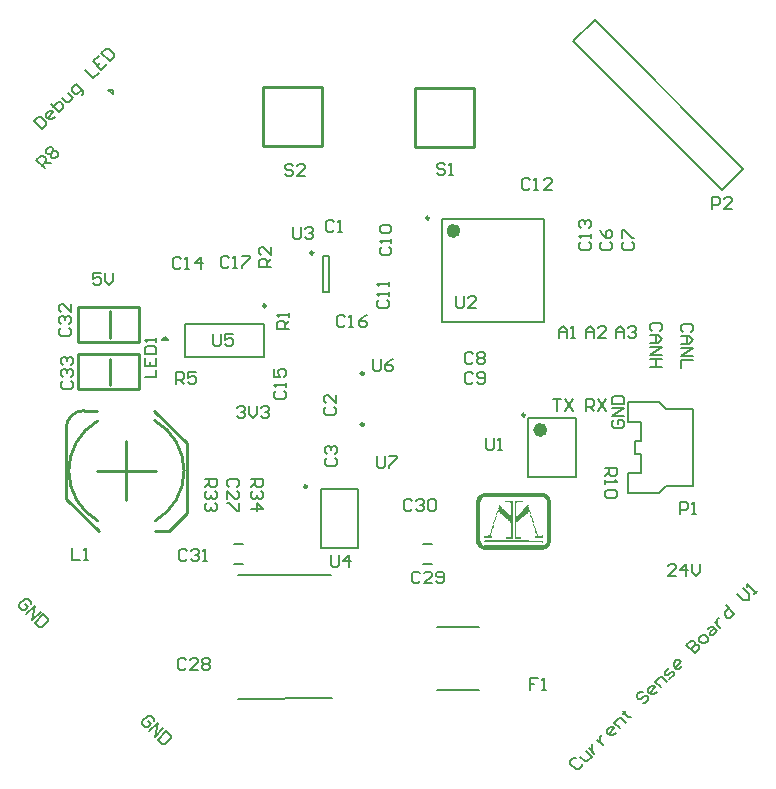
<source format=gto>
G04*
G04 #@! TF.GenerationSoftware,Altium Limited,Altium Designer,21.6.4 (81)*
G04*
G04 Layer_Color=65535*
%FSLAX25Y25*%
%MOIN*%
G70*
G04*
G04 #@! TF.SameCoordinates,AE92149D-F2BC-473A-8121-C18DD6311B00*
G04*
G04*
G04 #@! TF.FilePolarity,Positive*
G04*
G01*
G75*
%ADD10C,0.01000*%
%ADD11C,0.00984*%
%ADD12C,0.02362*%
%ADD13C,0.00787*%
%ADD14C,0.00500*%
%ADD15C,0.00600*%
%ADD16C,0.00591*%
G36*
X36365Y-34781D02*
X56470Y-34769D01*
X56556Y-34806D01*
X56642Y-34892D01*
X56667Y-34942D01*
X56753Y-35028D01*
X56803Y-35053D01*
X56865Y-35115D01*
X56889Y-35164D01*
X56926Y-35226D01*
X57025Y-35250D01*
X57272Y-35275D01*
X57333Y-35337D01*
X57407Y-35460D01*
X57494Y-35522D01*
X57605Y-35633D01*
X57630Y-35682D01*
X57667Y-35719D01*
X57716Y-35744D01*
X57827Y-35855D01*
X57852Y-35904D01*
X57914Y-35966D01*
X57963Y-35991D01*
X58074Y-36102D01*
X58099Y-36151D01*
X58136Y-36188D01*
X58185Y-36213D01*
X58296Y-36324D01*
X58321Y-36373D01*
X58382Y-36435D01*
X58506Y-36509D01*
X58543Y-36546D01*
X58555Y-36756D01*
X58531Y-36904D01*
X58518Y-36991D01*
X58592Y-37114D01*
X58629Y-37151D01*
X58753Y-37225D01*
X58790Y-37336D01*
X58765Y-51332D01*
X58703Y-51393D01*
X58580Y-51467D01*
X58543Y-51504D01*
X58518Y-51825D01*
X58481Y-51862D01*
X58321Y-51949D01*
X58296Y-52047D01*
X58271Y-52294D01*
X58210Y-52356D01*
X58086Y-52430D01*
X58049Y-52541D01*
X58074Y-52615D01*
X58049Y-52763D01*
X58012Y-52800D01*
X57889Y-52874D01*
X57827Y-52936D01*
X57802Y-52986D01*
X57716Y-53072D01*
X57667Y-53096D01*
X57580Y-53183D01*
X57506Y-53306D01*
X57185Y-53331D01*
X57136Y-53380D01*
X57062Y-53504D01*
X57025Y-53541D01*
X56926Y-53566D01*
X56519Y-53553D01*
X56432Y-53615D01*
X56346Y-53751D01*
X56309Y-53788D01*
X56136Y-53812D01*
X55963Y-53788D01*
X36155Y-53800D01*
X36069Y-53763D01*
X36007Y-53701D01*
X35933Y-53578D01*
X35822Y-53541D01*
X35649Y-53566D01*
X35538Y-53479D01*
X35464Y-53356D01*
X35427Y-53319D01*
X35106Y-53294D01*
X35007Y-53146D01*
X34909Y-53047D01*
X34859Y-53022D01*
X34822Y-52986D01*
X34797Y-52936D01*
X34686Y-52825D01*
X34637Y-52800D01*
X34575Y-52739D01*
X34551Y-52689D01*
X34464Y-52603D01*
X34415Y-52578D01*
X34353Y-52541D01*
X34328Y-52442D01*
X34304Y-52196D01*
X34242Y-52134D01*
X34193Y-52109D01*
X34082Y-51998D01*
X34057Y-51949D01*
X33995Y-51887D01*
X33872Y-51813D01*
X33835Y-51677D01*
X33860Y-51282D01*
Y-42125D01*
Y-42100D01*
X33847Y-37077D01*
X33884Y-36991D01*
X33946Y-36929D01*
X34069Y-36855D01*
X34106Y-36744D01*
X34082Y-36423D01*
X34106Y-36299D01*
X34193Y-36213D01*
X34242Y-36188D01*
X34353Y-36077D01*
X34378Y-36028D01*
X34415Y-35991D01*
X34464Y-35966D01*
X34600Y-35831D01*
X34625Y-35781D01*
X34662Y-35744D01*
X34711Y-35719D01*
X34773Y-35682D01*
X34797Y-35633D01*
X34884Y-35497D01*
X34995Y-35485D01*
X35180Y-35497D01*
X35267Y-35411D01*
X35291Y-35361D01*
X35402Y-35250D01*
X35452Y-35226D01*
X35513Y-35164D01*
X35587Y-35041D01*
X35698Y-35004D01*
X35871Y-35028D01*
X35982Y-34942D01*
X36056Y-34819D01*
X36093Y-34781D01*
X36266Y-34757D01*
X36365Y-34781D01*
D02*
G37*
%LPC*%
G36*
X55791Y-36016D02*
X55433Y-36028D01*
X51471Y-36016D01*
X51446D01*
X37118Y-36028D01*
X36834Y-36016D01*
X36772Y-36077D01*
X36698Y-36201D01*
X36636Y-36262D01*
X36155Y-36250D01*
X36069Y-36312D01*
X35995Y-36435D01*
X35945Y-36460D01*
X35896Y-36509D01*
X35846Y-36534D01*
X35809Y-36571D01*
X35785Y-36620D01*
X35748Y-36682D01*
X35698Y-36707D01*
X35563Y-36818D01*
X35538Y-37139D01*
X35501Y-37176D01*
X35340Y-37262D01*
X35328Y-37398D01*
X35340Y-37558D01*
X35279Y-37645D01*
X35106Y-37743D01*
X35094Y-50567D01*
X35180Y-50653D01*
X35304Y-50727D01*
X35340Y-50838D01*
X35328Y-51245D01*
X35390Y-51332D01*
X35427Y-51369D01*
X35550Y-51443D01*
X35575Y-51764D01*
X35649Y-51838D01*
X35698Y-51862D01*
X35760Y-51899D01*
X35785Y-51949D01*
X35896Y-52084D01*
X35945Y-52109D01*
X36056Y-52220D01*
X36081Y-52270D01*
X36118Y-52307D01*
X36217Y-52331D01*
X36464Y-52307D01*
X56223Y-52319D01*
X56309Y-52282D01*
X56408Y-52134D01*
X56544Y-52023D01*
X56618Y-51949D01*
X56642Y-51899D01*
X56679Y-51862D01*
X56729Y-51838D01*
X56840Y-51727D01*
X56865Y-51677D01*
X56902Y-51640D01*
X56951Y-51616D01*
X57087Y-51480D01*
X57111Y-51430D01*
X57148Y-51393D01*
X57198Y-51369D01*
X57284Y-51307D01*
X57309Y-51208D01*
X57284Y-50739D01*
X57296Y-37299D01*
X57247Y-37225D01*
X57124Y-37151D01*
X57087Y-37114D01*
X57062Y-37065D01*
X57025Y-37003D01*
X56976Y-36978D01*
X56840Y-36867D01*
X56815Y-36793D01*
X56790Y-36522D01*
X56679Y-36485D01*
X56507Y-36509D01*
X56396Y-36448D01*
X56297Y-36275D01*
X55976Y-36250D01*
X55902Y-36176D01*
X55828Y-36053D01*
X55791Y-36016D01*
D02*
G37*
%LPD*%
G36*
X49274Y-37447D02*
X49311Y-37558D01*
X49287Y-37830D01*
X49200Y-37916D01*
X47312Y-37904D01*
X47226Y-37941D01*
X47164Y-38003D01*
X47176Y-38361D01*
X47164Y-41903D01*
X47189Y-41977D01*
X47164Y-42051D01*
X47189Y-42298D01*
X47250Y-42359D01*
X47423Y-42384D01*
X47546Y-42310D01*
X47583Y-42273D01*
X47608Y-42224D01*
X47695Y-42137D01*
X47744Y-42112D01*
X47855Y-42001D01*
X47880Y-41952D01*
X47917Y-41915D01*
X47966Y-41890D01*
X48077Y-41779D01*
X48102Y-41730D01*
X48164Y-41668D01*
X48213Y-41643D01*
X48324Y-41532D01*
X48349Y-41483D01*
X48410Y-41421D01*
X48460Y-41397D01*
X48546Y-41310D01*
X48571Y-41261D01*
X48632Y-41199D01*
X48682Y-41174D01*
X48793Y-41063D01*
X48818Y-41014D01*
X48879Y-40952D01*
X48929Y-40928D01*
X49015Y-40841D01*
X49040Y-40792D01*
X49101Y-40730D01*
X49151Y-40705D01*
X49262Y-40594D01*
X49287Y-40545D01*
X49348Y-40483D01*
X49398Y-40459D01*
X49509Y-40347D01*
X49534Y-40298D01*
X49595Y-40236D01*
X49645Y-40212D01*
X49731Y-40125D01*
X49756Y-40076D01*
X49817Y-40014D01*
X49867Y-39990D01*
X49978Y-39879D01*
X50002Y-39829D01*
X50064Y-39768D01*
X50113Y-39743D01*
X50200Y-39656D01*
X50225Y-39607D01*
X50286Y-39545D01*
X50336Y-39521D01*
X50447Y-39410D01*
X50471Y-39360D01*
X50533Y-39298D01*
X50582Y-39274D01*
X50694Y-39163D01*
X50718Y-39113D01*
X50755Y-39076D01*
X50805Y-39052D01*
X50866Y-38990D01*
X50891Y-38941D01*
X51002Y-38805D01*
X51150Y-38829D01*
X51212Y-38891D01*
X51200Y-39422D01*
X51249Y-39496D01*
X51409Y-39582D01*
X51459Y-39780D01*
X51434Y-39879D01*
X51459Y-40422D01*
X51656Y-40545D01*
X51681Y-40644D01*
X51706Y-41137D01*
X51903Y-41261D01*
X51928Y-41335D01*
X51903Y-41853D01*
X51817Y-41940D01*
X51644Y-41915D01*
X51607Y-41878D01*
X51582Y-41631D01*
X51607Y-41458D01*
X51582Y-41285D01*
X51521Y-41224D01*
X51434Y-41187D01*
X51409Y-41137D01*
X51348Y-41026D01*
X51249Y-41002D01*
X51163Y-41088D01*
X51089Y-41212D01*
X51051Y-41249D01*
X51002Y-41273D01*
X50965Y-41310D01*
X50940Y-41656D01*
X50903Y-41693D01*
X50805Y-41717D01*
X50607Y-41693D01*
X50496Y-41779D01*
X50471Y-41829D01*
X50434Y-41890D01*
X50385Y-41915D01*
X50249Y-42026D01*
X50225Y-42075D01*
X50113Y-42186D01*
X50064Y-42211D01*
X50027Y-42248D01*
X50002Y-42298D01*
X49867Y-42433D01*
X49817Y-42458D01*
X49780Y-42495D01*
X49706Y-42618D01*
X49669Y-42655D01*
X49348Y-42680D01*
X49250Y-42828D01*
X49200Y-42878D01*
X49151Y-42902D01*
X49040Y-43013D01*
X49015Y-43063D01*
X48978Y-43100D01*
X48929Y-43124D01*
X48818Y-43235D01*
X48793Y-43285D01*
X48731Y-43347D01*
X48682Y-43371D01*
X48571Y-43482D01*
X48546Y-43532D01*
X48484Y-43593D01*
X48435Y-43618D01*
X48324Y-43729D01*
X48299Y-43778D01*
X48262Y-43816D01*
X48213Y-43840D01*
X48102Y-43951D01*
X48077Y-44001D01*
X48015Y-44062D01*
X47966Y-44087D01*
X47855Y-44198D01*
X47830Y-44247D01*
X47793Y-44285D01*
X47744Y-44309D01*
X47633Y-44420D01*
X47571Y-44531D01*
X47472Y-44556D01*
X47201Y-44581D01*
X47164Y-44692D01*
X47176Y-45000D01*
X47164Y-46247D01*
Y-46272D01*
X47176Y-49123D01*
X47164Y-49382D01*
X47250Y-49468D01*
X48756Y-49493D01*
X48818Y-49554D01*
X48842Y-49653D01*
X48818Y-50172D01*
X48756Y-50233D01*
X48583Y-50258D01*
X46732Y-50233D01*
X46670Y-50196D01*
X46621Y-49999D01*
X46646Y-49752D01*
X46633Y-37571D01*
X46658Y-37472D01*
X46683Y-37423D01*
X46806Y-37373D01*
X48867Y-37385D01*
X49151Y-37373D01*
X49274Y-37447D01*
D02*
G37*
G36*
X45967D02*
X46004Y-37583D01*
X45991Y-37916D01*
X46004Y-49703D01*
X45979Y-49777D01*
X46004Y-49949D01*
X45979Y-50147D01*
X45917Y-50233D01*
X45745Y-50258D01*
X43646Y-50233D01*
X43585Y-50172D01*
X43560Y-50073D01*
Y-49974D01*
Y-49949D01*
X43585Y-49530D01*
X43622Y-49493D01*
X43720Y-49468D01*
X45177Y-49443D01*
X45214Y-49406D01*
X45239Y-49234D01*
X45214Y-49160D01*
X45226Y-44679D01*
X45189Y-44593D01*
X45041Y-44494D01*
X44930Y-44334D01*
X44881Y-44309D01*
X44770Y-44223D01*
X44745Y-44173D01*
X44708Y-44112D01*
X44658Y-44087D01*
X44609Y-44038D01*
X44560Y-44013D01*
X44486Y-43890D01*
X44436Y-43865D01*
X44387Y-43816D01*
X44338Y-43791D01*
X44301Y-43754D01*
X44276Y-43705D01*
X44214Y-43618D01*
X44115Y-43593D01*
X43930Y-43606D01*
X43844Y-43544D01*
X43758Y-43408D01*
X43720Y-43371D01*
X43597Y-43297D01*
X43560Y-43260D01*
X43535Y-42939D01*
X43498Y-42902D01*
X43387Y-42890D01*
X43227Y-42902D01*
X43116Y-42816D01*
X43042Y-42693D01*
X43005Y-42655D01*
X42955Y-42631D01*
X42869Y-42544D01*
X42844Y-42495D01*
X42758Y-42409D01*
X42709Y-42384D01*
X42622Y-42298D01*
X42597Y-42248D01*
X42536Y-42186D01*
X42486Y-42162D01*
X42375Y-42051D01*
X42351Y-42001D01*
X42289Y-41940D01*
X41968Y-41915D01*
X41869Y-41742D01*
X41820Y-41717D01*
X41684Y-41631D01*
X41660Y-41532D01*
X41672Y-41347D01*
X41610Y-41261D01*
X41573Y-41224D01*
X41462Y-41162D01*
X41437Y-41113D01*
X41351Y-41002D01*
X41252Y-40977D01*
X41104Y-41002D01*
X41042Y-41063D01*
X41030Y-41174D01*
X41042Y-41335D01*
X40956Y-41446D01*
X40833Y-41495D01*
X40795Y-41532D01*
X40771Y-42125D01*
X40709Y-42186D01*
X40561Y-42162D01*
X40475Y-42075D01*
X40450Y-41903D01*
X40475Y-41754D01*
X40450Y-41680D01*
X40475Y-41508D01*
X40536Y-41446D01*
X40697Y-41360D01*
X40721Y-41187D01*
X40697Y-41113D01*
X40721Y-40817D01*
X40808Y-40730D01*
X40857Y-40705D01*
X40993Y-40570D01*
X41018Y-40520D01*
X41166Y-40422D01*
X41215Y-40298D01*
X41190Y-40051D01*
X41215Y-39607D01*
X41277Y-39545D01*
X41326Y-39521D01*
X41413Y-39459D01*
X41437Y-39360D01*
X41413Y-38916D01*
X41499Y-38805D01*
X41672Y-38829D01*
X41709Y-38866D01*
X41808Y-39039D01*
X41894Y-39101D01*
X41956Y-39163D01*
X41980Y-39212D01*
X42042Y-39274D01*
X42091Y-39298D01*
X42202Y-39410D01*
X42227Y-39459D01*
X42289Y-39521D01*
X42412Y-39595D01*
X42449Y-39706D01*
X42425Y-39879D01*
X42511Y-39990D01*
X42832Y-40014D01*
X42869Y-40051D01*
X42894Y-40101D01*
X43005Y-40236D01*
X43054Y-40261D01*
X43141Y-40347D01*
X43165Y-40397D01*
X43227Y-40459D01*
X43276Y-40483D01*
X43387Y-40594D01*
X43412Y-40644D01*
X43474Y-40705D01*
X43523Y-40730D01*
X43609Y-40817D01*
X43634Y-40866D01*
X43720Y-40952D01*
X43770Y-40977D01*
X43856Y-41063D01*
X43881Y-41113D01*
X43943Y-41174D01*
X43992Y-41199D01*
X44078Y-41285D01*
X44103Y-41335D01*
X44190Y-41421D01*
X44239Y-41446D01*
X44325Y-41532D01*
X44350Y-41582D01*
X44436Y-41668D01*
X44486Y-41693D01*
X44572Y-41779D01*
X44597Y-41829D01*
X44658Y-41890D01*
X44708Y-41915D01*
X44819Y-42026D01*
X44844Y-42075D01*
X45016Y-42248D01*
X45041Y-42298D01*
X45103Y-42359D01*
X45202Y-42335D01*
X45239Y-42298D01*
X45214Y-41680D01*
X45226Y-38040D01*
X45189Y-37953D01*
X45152Y-37916D01*
X44992Y-37904D01*
X43449Y-37916D01*
X43338Y-37830D01*
X43313Y-37731D01*
X43338Y-37484D01*
X43375Y-37423D01*
X43498Y-37373D01*
X43807Y-37385D01*
X45843Y-37373D01*
X45967Y-37447D01*
D02*
G37*
G36*
X52101Y-42149D02*
X52125Y-42199D01*
X52175Y-42273D01*
Y-42298D01*
X52261Y-42384D01*
X52310Y-42409D01*
X52372Y-42470D01*
X52397Y-42569D01*
X52384Y-42754D01*
X52397Y-43013D01*
X52310Y-43124D01*
X52138Y-43100D01*
X52101Y-43063D01*
X52002Y-42890D01*
X51878Y-42816D01*
X51854Y-42717D01*
X51841Y-42236D01*
X51903Y-42149D01*
X52014Y-42112D01*
X52101Y-42149D01*
D02*
G37*
G36*
X52582Y-43322D02*
X52644Y-43458D01*
Y-43482D01*
X52631Y-43890D01*
X52668Y-43976D01*
X52705Y-44013D01*
X52841Y-44075D01*
X52890Y-44247D01*
X52878Y-44457D01*
X52890Y-44618D01*
X52816Y-44741D01*
X52779Y-44778D01*
X52668Y-44791D01*
X52582Y-44754D01*
X52545Y-44642D01*
X52520Y-44124D01*
X52459Y-44062D01*
X52360Y-44038D01*
X52323Y-44001D01*
X52298Y-43828D01*
X52323Y-43408D01*
X52360Y-43347D01*
X52483Y-43297D01*
X52582Y-43322D01*
D02*
G37*
G36*
X40487Y-42409D02*
X40524Y-42421D01*
X40573Y-42544D01*
X40549Y-42791D01*
X40487Y-42853D01*
X40351Y-42915D01*
X40327Y-43013D01*
X40302Y-43754D01*
X40240Y-43816D01*
X40104Y-43877D01*
X40080Y-43976D01*
X40092Y-44359D01*
X40067Y-44457D01*
X39993Y-44531D01*
X39969D01*
X39858Y-44618D01*
X39833Y-44791D01*
X39858Y-44889D01*
X39833Y-45186D01*
X39796Y-45247D01*
X39697Y-45272D01*
X39574Y-45222D01*
X39512Y-45087D01*
X39537Y-44568D01*
X39574Y-44531D01*
X39746Y-44433D01*
X39759Y-44099D01*
X39734Y-44025D01*
X39759Y-43927D01*
X39821Y-43816D01*
X39981Y-43729D01*
X40006Y-43630D01*
X39981Y-43161D01*
X40006Y-42915D01*
X40043Y-42878D01*
X40216Y-42779D01*
X40240Y-42458D01*
X40302Y-42372D01*
X40438Y-42359D01*
X40487Y-42409D01*
D02*
G37*
G36*
X53075Y-45025D02*
X53113Y-45062D01*
X53137Y-45630D01*
X53199Y-45691D01*
X53273Y-45716D01*
X53335Y-45778D01*
X53359Y-45877D01*
X53335Y-46346D01*
X53248Y-46432D01*
X53150Y-46457D01*
X53039Y-46395D01*
X53014Y-46296D01*
X52989Y-45778D01*
X52952Y-45741D01*
X52792Y-45654D01*
X52767Y-45482D01*
Y-45210D01*
Y-45186D01*
X52804Y-45050D01*
X52878Y-44976D01*
X52989Y-44963D01*
X53075Y-45025D01*
D02*
G37*
G36*
X39549Y-45469D02*
X39586Y-45506D01*
X39611Y-45605D01*
X39586Y-45901D01*
Y-45926D01*
X39611Y-46272D01*
X39537Y-46395D01*
X39450Y-46457D01*
X39364Y-46543D01*
X39290Y-46666D01*
X39154Y-46679D01*
X39092Y-46642D01*
X39068Y-46593D01*
X39043Y-46518D01*
X39068Y-46000D01*
X39043Y-45926D01*
X39080Y-45790D01*
X39105Y-45741D01*
X39154Y-45716D01*
X39204Y-45667D01*
X39253Y-45642D01*
X39376Y-45445D01*
X39549Y-45469D01*
D02*
G37*
G36*
X53544Y-46654D02*
X53582Y-46765D01*
X53606Y-47061D01*
X53693Y-47123D01*
X53705Y-47135D01*
X53717Y-47148D01*
X53767Y-47172D01*
X53804Y-47210D01*
X53828Y-47506D01*
X53915Y-47592D01*
X53964Y-47617D01*
X54026Y-47679D01*
X54050Y-47777D01*
X54063Y-48184D01*
X54026Y-48271D01*
X53964Y-48333D01*
X53878Y-48345D01*
X53791Y-48308D01*
X53754Y-48271D01*
X53668Y-48110D01*
X53619Y-48086D01*
X53532Y-48024D01*
X53508Y-47925D01*
X53483Y-47456D01*
X53396Y-47370D01*
X53347Y-47345D01*
X53285Y-47284D01*
X53261Y-47185D01*
X53248Y-46802D01*
X53298Y-46679D01*
X53421Y-46630D01*
X53544Y-46654D01*
D02*
G37*
G36*
X54260Y-48555D02*
X54297Y-48666D01*
X54322Y-48962D01*
X54359Y-48999D01*
X55297D01*
X55976Y-48987D01*
X56099Y-49011D01*
X56149Y-49061D01*
X56173Y-49160D01*
X56149Y-49703D01*
X56112Y-49740D01*
X56013Y-49764D01*
X53347Y-49740D01*
X53285Y-49678D01*
X53261Y-49579D01*
X53285Y-49086D01*
X53322Y-49024D01*
X53520Y-48974D01*
X53841Y-48999D01*
X53915Y-48974D01*
X53952Y-48937D01*
X53977Y-48839D01*
X53952Y-48666D01*
X54063Y-48530D01*
X54174Y-48518D01*
X54260Y-48555D01*
D02*
G37*
G36*
X39092Y-46913D02*
X39117Y-46963D01*
X39142Y-47037D01*
Y-47061D01*
Y-47086D01*
X39166Y-47111D01*
X39142Y-47185D01*
X39117Y-47308D01*
X39055Y-47370D01*
X38957Y-47395D01*
X38920Y-47432D01*
X38895Y-47530D01*
X38907Y-48184D01*
X38870Y-48271D01*
X38833Y-48308D01*
X38673Y-48394D01*
X38660Y-48555D01*
X38673Y-48740D01*
X38648Y-48814D01*
X38685Y-48950D01*
X38734Y-48999D01*
X39055Y-49024D01*
X39117Y-49086D01*
X39142Y-49258D01*
X39117Y-49332D01*
X39129Y-49591D01*
X39105Y-49690D01*
X39055Y-49740D01*
X38957Y-49764D01*
X36513Y-49740D01*
X36476Y-49703D01*
X36451Y-49530D01*
X36476Y-49061D01*
X36513Y-49024D01*
X36710Y-48974D01*
X36883Y-48999D01*
X38290Y-48974D01*
X38327Y-48937D01*
X38352Y-48765D01*
X38327Y-48592D01*
X38352Y-48370D01*
X38414Y-48308D01*
X38512Y-48283D01*
X38549Y-48246D01*
X38574Y-48147D01*
X38599Y-47407D01*
X38636Y-47370D01*
X38759Y-47321D01*
X38796Y-47284D01*
X38821Y-47185D01*
X38796Y-47012D01*
X38870Y-46889D01*
X38981Y-46852D01*
X39092Y-46913D01*
D02*
G37*
G36*
X56112Y-50678D02*
X56149Y-50715D01*
X56173Y-50813D01*
X56186Y-51295D01*
X56149Y-51381D01*
X56112Y-51418D01*
X55939Y-51393D01*
X55877Y-51332D01*
X55803Y-51208D01*
X55766Y-51171D01*
X55149Y-51196D01*
X36538Y-51171D01*
X36476Y-51109D01*
X36451Y-51011D01*
X36476Y-50739D01*
X36538Y-50678D01*
X36636Y-50653D01*
X46757D01*
X56112Y-50678D01*
D02*
G37*
D10*
X-3681Y4953D02*
G03*
X-3681Y4953I-500J0D01*
G01*
Y-11976D02*
G03*
X-3681Y-11976I-500J0D01*
G01*
X-96996Y-7366D02*
G03*
X-102901Y-13272I0J-5906D01*
G01*
X-73176Y-44060D02*
G03*
X-73343Y-10734I-9646J16615D01*
G01*
X-92507Y-10851D02*
G03*
X-92249Y-44186I9684J-16593D01*
G01*
X33169Y80614D02*
Y100299D01*
X13484D02*
X33169D01*
X13484Y80614D02*
Y100299D01*
Y80614D02*
X33169D01*
X-17717Y80709D02*
Y100394D01*
X-37402D02*
X-17717D01*
X-37402Y80709D02*
Y100394D01*
Y80709D02*
X-17717D01*
X-88395Y16930D02*
Y25749D01*
X-78552Y15552D02*
Y27206D01*
X-98907D02*
X-78552D01*
X-98907Y15552D02*
X-78552D01*
X-98907D02*
Y27206D01*
X-88395Y1182D02*
Y10001D01*
X-78552Y-196D02*
Y11457D01*
X-98907D02*
X-78552D01*
X-98907Y-196D02*
X-78552D01*
X-98907D02*
Y11457D01*
X-102901Y-36697D02*
Y-13272D01*
X-96996Y-7366D02*
X-92677D01*
X-82823Y-27445D02*
Y-17602D01*
X-92665Y-27445D02*
X-82823D01*
Y-37287D02*
Y-27445D01*
X-73571Y-7366D02*
X-62744Y-18193D01*
X-82823Y-27445D02*
X-72980D01*
X-62744Y-41618D02*
Y-18193D01*
X-102901Y-36697D02*
X-92075Y-47524D01*
X-73142D02*
X-68649D01*
X-62744Y-41618D01*
D11*
X-20524Y45234D02*
G03*
X-20524Y45234I-492J0D01*
G01*
X50098Y-8839D02*
G03*
X50098Y-8839I-492J0D01*
G01*
X18110Y56791D02*
G03*
X18110Y56791I-492J0D01*
G01*
X-36319Y27559D02*
G03*
X-36319Y27559I-492J0D01*
G01*
X-22638Y-32658D02*
G03*
X-22638Y-32658I-492J0D01*
G01*
D12*
X56299Y-13780D02*
G03*
X56299Y-13780I-1181J0D01*
G01*
X27362Y52559D02*
G03*
X27362Y52559I-1181J0D01*
G01*
D13*
X-45472Y-62008D02*
X-14469D01*
X-45472Y-103347D02*
X-14303Y-103177D01*
X-17276Y44250D02*
X-15307D01*
Y32045D02*
Y44250D01*
X-17276Y32045D02*
Y44250D01*
Y32045D02*
X-15307D01*
X66929Y-29528D02*
Y-9843D01*
X51181D02*
X66929D01*
X51181Y-29528D02*
X66929D01*
X51181D02*
Y-9843D01*
X22244Y22244D02*
Y56496D01*
X56496Y22244D02*
Y56496D01*
X22244D02*
X56496D01*
X22244Y22244D02*
X56496D01*
X-63189Y10630D02*
Y21654D01*
X-36811D01*
X-63189Y10630D02*
X-36811D01*
Y21654D01*
X115701Y66204D02*
X122773Y73275D01*
X73275Y122773D02*
X122773Y73275D01*
X66204Y115701D02*
X115701Y66204D01*
X66204Y115701D02*
X73275Y122773D01*
X-18110Y-33465D02*
X-5512D01*
Y-53150D02*
Y-33465D01*
X-18110Y-53150D02*
Y-33465D01*
Y-53150D02*
X-5512D01*
X-47047Y-58366D02*
X-43898D01*
X-47047Y-51870D02*
X-43898D01*
X15945D02*
X19094D01*
X15945Y-58366D02*
X19094D01*
D14*
X84449Y-34843D02*
Y-28150D01*
X88779D01*
X84449Y-34843D02*
X94685D01*
X86654Y-21949D02*
Y-17421D01*
X84449Y-11220D02*
Y-4528D01*
Y-11220D02*
X88779D01*
X86654Y-17421D02*
X88779D01*
X86654Y-21949D02*
X88779D01*
X84449Y-4528D02*
X94685D01*
Y-34843D02*
X97047Y-32480D01*
X88779Y-28150D02*
Y-21949D01*
X97047Y-32480D02*
X106102D01*
Y-6890D01*
X88779Y-17421D02*
Y-11220D01*
X94685Y-4528D02*
X97047Y-6890D01*
X106102D01*
X-87447Y98169D02*
Y99561D01*
X-88839D02*
X-87447D01*
X-88839D02*
X-87447Y98169D01*
X-70079Y17126D02*
X-69095Y16142D01*
X-71063D02*
X-70079Y17126D01*
X-71063Y16142D02*
X-69095D01*
X20774Y-79387D02*
X34554D01*
X20774Y-100646D02*
X34554D01*
D15*
X105270Y18838D02*
X105936Y19505D01*
Y20838D01*
X105270Y21504D01*
X102604D01*
X101938Y20838D01*
Y19505D01*
X102604Y18838D01*
X101938Y17505D02*
X104604D01*
X105936Y16173D01*
X104604Y14840D01*
X101938D01*
X103937D01*
Y17505D01*
X101938Y13507D02*
X105936D01*
X101938Y10841D01*
X105936D01*
Y9508D02*
X101938D01*
Y6842D01*
X100484Y-62629D02*
X97818D01*
X100484Y-59964D01*
Y-59297D01*
X99817Y-58631D01*
X98484D01*
X97818Y-59297D01*
X103816Y-62629D02*
Y-58631D01*
X101817Y-60630D01*
X104482D01*
X105815Y-58631D02*
Y-61296D01*
X107148Y-62629D01*
X108481Y-61296D01*
Y-58631D01*
X-91218Y38614D02*
X-93883D01*
Y36614D01*
X-92550Y37281D01*
X-91884D01*
X-91218Y36614D01*
Y35281D01*
X-91884Y34615D01*
X-93217D01*
X-93883Y35281D01*
X-89885Y38614D02*
Y35948D01*
X-88552Y34615D01*
X-87219Y35948D01*
Y38614D01*
X67081Y-123160D02*
X66138D01*
X65196Y-124102D01*
Y-125045D01*
X67081Y-126930D01*
X68024D01*
X68966Y-125988D01*
Y-125045D01*
X68495Y-122689D02*
X69908Y-124102D01*
X70851D01*
X72265Y-122689D01*
X70380Y-120804D01*
X71322Y-119861D02*
X73207Y-121746D01*
X72265Y-120804D01*
Y-119861D01*
Y-118919D01*
X72736Y-118447D01*
X74150Y-117034D02*
X76035Y-118919D01*
X75092Y-117976D01*
Y-117034D01*
Y-116091D01*
X75564Y-115620D01*
X80276Y-114678D02*
X79334Y-115620D01*
X78391D01*
X77448Y-114678D01*
Y-113735D01*
X78391Y-112793D01*
X79334D01*
X79805Y-113264D01*
X77920Y-115149D01*
X81690Y-113264D02*
X79805Y-111379D01*
X81218Y-109965D01*
X82161D01*
X83575Y-111379D01*
X82632Y-107609D02*
X83104Y-108080D01*
X82632Y-108551D01*
X83575Y-107609D01*
X83104Y-108080D01*
X84517Y-109494D01*
X85460D01*
X89230Y-101011D02*
X88287D01*
X87345Y-101954D01*
Y-102896D01*
X87816Y-103367D01*
X88759D01*
X89701Y-102425D01*
X90644D01*
X91115Y-102896D01*
Y-103839D01*
X90172Y-104781D01*
X89230D01*
X93942Y-101011D02*
X93000Y-101954D01*
X92057D01*
X91115Y-101011D01*
Y-100069D01*
X92057Y-99126D01*
X93000D01*
X93471Y-99597D01*
X91586Y-101482D01*
X95356Y-99597D02*
X93471Y-97712D01*
X94885Y-96299D01*
X95827D01*
X97241Y-97712D01*
X98184Y-96770D02*
X99597Y-95356D01*
Y-94414D01*
X98655D01*
X97712Y-95356D01*
X96770D01*
Y-94414D01*
X98184Y-93000D01*
X102425Y-92529D02*
X101482Y-93471D01*
X100540D01*
X99597Y-92529D01*
Y-91586D01*
X100540Y-90644D01*
X101482D01*
X101954Y-91115D01*
X100069Y-93000D01*
X103839Y-85460D02*
X106666Y-88287D01*
X108080Y-86874D01*
Y-85931D01*
X107609Y-85460D01*
X106666D01*
X105252Y-86874D01*
X106666Y-85460D01*
Y-84517D01*
X106195Y-84046D01*
X105252D01*
X103839Y-85460D01*
X109965Y-84988D02*
X110907Y-84046D01*
Y-83104D01*
X109965Y-82161D01*
X109022D01*
X108080Y-83104D01*
Y-84046D01*
X109022Y-84988D01*
X109965D01*
X110907Y-80276D02*
X111850Y-79334D01*
X112793D01*
X114206Y-80747D01*
X112793Y-82161D01*
X111850D01*
Y-81218D01*
X113264Y-79805D01*
X113264Y-77920D02*
X115149Y-79805D01*
X114206Y-78862D01*
Y-77920D01*
Y-76977D01*
X114678Y-76506D01*
X117034Y-72265D02*
X119861Y-75092D01*
X118447Y-76506D01*
X117505D01*
X116562Y-75564D01*
Y-74621D01*
X117976Y-73207D01*
X120804Y-68495D02*
X122689Y-70380D01*
X124574D01*
Y-68495D01*
X122689Y-66610D01*
X126459Y-68495D02*
X127401Y-67552D01*
X126930Y-68024D01*
X124102Y-65196D01*
Y-66138D01*
X79769Y-10540D02*
X79103Y-11206D01*
Y-12539D01*
X79769Y-13206D01*
X82435D01*
X83102Y-12539D01*
Y-11206D01*
X82435Y-10540D01*
X81102D01*
Y-11873D01*
X83102Y-9207D02*
X79103D01*
X83102Y-6541D01*
X79103D01*
Y-5208D02*
X83102D01*
Y-3209D01*
X82435Y-2542D01*
X79769D01*
X79103Y-3209D01*
Y-5208D01*
X95034Y19232D02*
X95700Y19898D01*
Y21231D01*
X95034Y21898D01*
X92368D01*
X91701Y21231D01*
Y19898D01*
X92368Y19232D01*
X91701Y17899D02*
X94367D01*
X95700Y16566D01*
X94367Y15233D01*
X91701D01*
X93701D01*
Y17899D01*
X91701Y13901D02*
X95700D01*
X91701Y11235D01*
X95700D01*
Y9902D02*
X91701D01*
X93701D01*
Y7236D01*
X95700D01*
X91701D01*
X59266Y-3512D02*
X61932D01*
X60599D01*
Y-7511D01*
X63265Y-3512D02*
X65931Y-7511D01*
Y-3512D02*
X63265Y-7511D01*
X70446Y-7453D02*
Y-3454D01*
X72445D01*
X73112Y-4120D01*
Y-5453D01*
X72445Y-6120D01*
X70446D01*
X71779D02*
X73112Y-7453D01*
X74445Y-3454D02*
X77111Y-7453D01*
Y-3454D02*
X74445Y-7453D01*
X80526Y16898D02*
Y19564D01*
X81859Y20897D01*
X83192Y19564D01*
Y16898D01*
Y18898D01*
X80526D01*
X84525Y20231D02*
X85191Y20897D01*
X86524D01*
X87191Y20231D01*
Y19564D01*
X86524Y18898D01*
X85858D01*
X86524D01*
X87191Y18231D01*
Y17565D01*
X86524Y16898D01*
X85191D01*
X84525Y17565D01*
X70290Y16898D02*
Y19564D01*
X71623Y20897D01*
X72956Y19564D01*
Y16898D01*
Y18898D01*
X70290D01*
X76954Y16898D02*
X74288D01*
X76954Y19564D01*
Y20231D01*
X76288Y20897D01*
X74955D01*
X74288Y20231D01*
X61507Y16898D02*
Y19564D01*
X62840Y20897D01*
X64173Y19564D01*
Y16898D01*
Y18898D01*
X61507D01*
X65506Y16898D02*
X66839D01*
X66173D01*
Y20897D01*
X65506Y20231D01*
X-45883Y-6541D02*
X-45216Y-5875D01*
X-43883D01*
X-43217Y-6541D01*
Y-7208D01*
X-43883Y-7874D01*
X-44550D01*
X-43883D01*
X-43217Y-8540D01*
Y-9207D01*
X-43883Y-9873D01*
X-45216D01*
X-45883Y-9207D01*
X-41884Y-5875D02*
Y-8540D01*
X-40551Y-9873D01*
X-39218Y-8540D01*
Y-5875D01*
X-37885Y-6541D02*
X-37219Y-5875D01*
X-35886D01*
X-35220Y-6541D01*
Y-7208D01*
X-35886Y-7874D01*
X-36553D01*
X-35886D01*
X-35220Y-8540D01*
Y-9207D01*
X-35886Y-9873D01*
X-37219D01*
X-37885Y-9207D01*
X-73777Y-110952D02*
Y-110010D01*
X-74720Y-109067D01*
X-75662D01*
X-77547Y-110952D01*
Y-111895D01*
X-76605Y-112837D01*
X-75662D01*
X-74720Y-111895D01*
X-75662Y-110952D01*
X-75191Y-114251D02*
X-72363Y-111423D01*
X-73306Y-116136D01*
X-70478Y-113308D01*
X-69536Y-114251D02*
X-72363Y-117078D01*
X-70950Y-118492D01*
X-70007D01*
X-68122Y-116607D01*
Y-115665D01*
X-69536Y-114251D01*
X-48789Y43459D02*
X-49456Y44125D01*
X-50789D01*
X-51455Y43459D01*
Y40793D01*
X-50789Y40127D01*
X-49456D01*
X-48789Y40793D01*
X-47456Y40127D02*
X-46123D01*
X-46790D01*
Y44125D01*
X-47456Y43459D01*
X-44124Y44125D02*
X-41458D01*
Y43459D01*
X-44124Y40793D01*
Y40127D01*
X-114722Y-71976D02*
Y-71033D01*
X-115665Y-70091D01*
X-116607D01*
X-118492Y-71976D01*
Y-72918D01*
X-117550Y-73861D01*
X-116607D01*
X-115665Y-72918D01*
X-116607Y-71976D01*
X-116136Y-75274D02*
X-113308Y-72447D01*
X-114251Y-77159D01*
X-111423Y-74332D01*
X-110481Y-75274D02*
X-113308Y-78102D01*
X-111895Y-79516D01*
X-110952D01*
X-109067Y-77631D01*
Y-76688D01*
X-110481Y-75274D01*
X605Y-22410D02*
Y-25742D01*
X1271Y-26409D01*
X2604D01*
X3271Y-25742D01*
Y-22410D01*
X4603D02*
X7269D01*
Y-23076D01*
X4603Y-25742D01*
Y-26409D01*
X-576Y9873D02*
Y6541D01*
X90Y5875D01*
X1423D01*
X2090Y6541D01*
Y9873D01*
X6088D02*
X4755Y9207D01*
X3422Y7874D01*
Y6541D01*
X4089Y5875D01*
X5422D01*
X6088Y6541D01*
Y7208D01*
X5422Y7874D01*
X3422D01*
X-14750Y-55481D02*
Y-58813D01*
X-14083Y-59480D01*
X-12750D01*
X-12084Y-58813D01*
Y-55481D01*
X-8751Y-59480D02*
Y-55481D01*
X-10751Y-57480D01*
X-8085D01*
X-27215Y53757D02*
Y50425D01*
X-26549Y49758D01*
X-25216D01*
X-24549Y50425D01*
Y53757D01*
X-23216Y53091D02*
X-22550Y53757D01*
X-21217D01*
X-20551Y53091D01*
Y52424D01*
X-21217Y51758D01*
X-21883D01*
X-21217D01*
X-20551Y51091D01*
Y50425D01*
X-21217Y49758D01*
X-22550D01*
X-23216Y50425D01*
X26881Y30822D02*
Y27490D01*
X27547Y26823D01*
X28880D01*
X29546Y27490D01*
Y30822D01*
X33545Y26823D02*
X30879D01*
X33545Y29489D01*
Y30156D01*
X32879Y30822D01*
X31546D01*
X30879Y30156D01*
X37098Y-16505D02*
Y-19837D01*
X37764Y-20503D01*
X39097D01*
X39764Y-19837D01*
Y-16505D01*
X41097Y-20503D02*
X42430D01*
X41763D01*
Y-16505D01*
X41097Y-17171D01*
X-27438Y74168D02*
X-28105Y74834D01*
X-29438D01*
X-30104Y74168D01*
Y73501D01*
X-29438Y72835D01*
X-28105D01*
X-27438Y72168D01*
Y71502D01*
X-28105Y70835D01*
X-29438D01*
X-30104Y71502D01*
X-23439Y70835D02*
X-26105D01*
X-23439Y73501D01*
Y74168D01*
X-24106Y74834D01*
X-25439D01*
X-26105Y74168D01*
X23228Y74561D02*
X22562Y75228D01*
X21229D01*
X20562Y74561D01*
Y73895D01*
X21229Y73228D01*
X22562D01*
X23228Y72562D01*
Y71895D01*
X22562Y71229D01*
X21229D01*
X20562Y71895D01*
X24561Y71229D02*
X25894D01*
X25228D01*
Y75228D01*
X24561Y74561D01*
X-41369Y-30101D02*
X-37371D01*
Y-32101D01*
X-38037Y-32767D01*
X-39370D01*
X-40036Y-32101D01*
Y-30101D01*
Y-31434D02*
X-41369Y-32767D01*
X-38037Y-34100D02*
X-37371Y-34767D01*
Y-36099D01*
X-38037Y-36766D01*
X-38704D01*
X-39370Y-36099D01*
Y-35433D01*
Y-36099D01*
X-40036Y-36766D01*
X-40703D01*
X-41369Y-36099D01*
Y-34767D01*
X-40703Y-34100D01*
X-41369Y-40098D02*
X-37371D01*
X-39370Y-38099D01*
Y-40765D01*
X-56724Y-30101D02*
X-52725D01*
Y-32101D01*
X-53391Y-32767D01*
X-54724D01*
X-55391Y-32101D01*
Y-30101D01*
Y-31434D02*
X-56724Y-32767D01*
X-53391Y-34100D02*
X-52725Y-34767D01*
Y-36099D01*
X-53391Y-36766D01*
X-54058D01*
X-54724Y-36099D01*
Y-35433D01*
Y-36099D01*
X-55391Y-36766D01*
X-56057D01*
X-56724Y-36099D01*
Y-34767D01*
X-56057Y-34100D01*
X-53391Y-38099D02*
X-52725Y-38765D01*
Y-40098D01*
X-53391Y-40765D01*
X-54058D01*
X-54724Y-40098D01*
Y-39432D01*
Y-40098D01*
X-55391Y-40765D01*
X-56057D01*
X-56724Y-40098D01*
Y-38765D01*
X-56057Y-38099D01*
X76741Y-26498D02*
X80739D01*
Y-28497D01*
X80073Y-29164D01*
X78740D01*
X78074Y-28497D01*
Y-26498D01*
Y-27831D02*
X76741Y-29164D01*
Y-30496D02*
Y-31829D01*
Y-31163D01*
X80739D01*
X80073Y-30496D01*
Y-33829D02*
X80739Y-34495D01*
Y-35828D01*
X80073Y-36494D01*
X77407D01*
X76741Y-35828D01*
Y-34495D01*
X77407Y-33829D01*
X80073D01*
X-109998Y73395D02*
X-112825Y76223D01*
X-111411Y77637D01*
X-110469D01*
X-109526Y76694D01*
Y75752D01*
X-110940Y74338D01*
X-109998Y75280D02*
X-108113D01*
X-109526Y78579D02*
Y79522D01*
X-108584Y80464D01*
X-107641D01*
X-107170Y79993D01*
Y79050D01*
X-106228D01*
X-105756Y78579D01*
Y77637D01*
X-106699Y76694D01*
X-107641D01*
X-108113Y77165D01*
Y78108D01*
X-109055D01*
X-109526Y78579D01*
X-108113Y78108D02*
X-107170Y79050D01*
X-66324Y1544D02*
Y5543D01*
X-64325D01*
X-63659Y4876D01*
Y3543D01*
X-64325Y2877D01*
X-66324D01*
X-64991D02*
X-63659Y1544D01*
X-59660Y5543D02*
X-62326D01*
Y3543D01*
X-60993Y4210D01*
X-60326D01*
X-59660Y3543D01*
Y2210D01*
X-60326Y1544D01*
X-61659D01*
X-62326Y2210D01*
X-34615Y40369D02*
X-38614D01*
Y42368D01*
X-37947Y43034D01*
X-36614D01*
X-35948Y42368D01*
Y40369D01*
Y41701D02*
X-34615Y43034D01*
Y47033D02*
Y44367D01*
X-37281Y47033D01*
X-37947D01*
X-38614Y46367D01*
Y45034D01*
X-37947Y44367D01*
X-28709Y19775D02*
X-32708D01*
Y21775D01*
X-32042Y22441D01*
X-30709D01*
X-30042Y21775D01*
Y19775D01*
Y21108D02*
X-28709Y22441D01*
Y23774D02*
Y25107D01*
Y24440D01*
X-32708D01*
X-32042Y23774D01*
X112416Y59812D02*
Y63810D01*
X114415D01*
X115082Y63144D01*
Y61811D01*
X114415Y61145D01*
X112416D01*
X119080Y59812D02*
X116414D01*
X119080Y62477D01*
Y63144D01*
X118414Y63810D01*
X117081D01*
X116414Y63144D01*
X101665Y-41763D02*
Y-37764D01*
X103664D01*
X104331Y-38431D01*
Y-39764D01*
X103664Y-40430D01*
X101665D01*
X105664Y-41763D02*
X106997D01*
X106330D01*
Y-37764D01*
X105664Y-38431D01*
X-113744Y89239D02*
X-110916Y86411D01*
X-109503Y87825D01*
Y88767D01*
X-111388Y90653D01*
X-112330D01*
X-113744Y89239D01*
X-106675Y90653D02*
X-107618Y89710D01*
X-108560D01*
X-109503Y90653D01*
Y91595D01*
X-108560Y92537D01*
X-107618D01*
X-107146Y92066D01*
X-109031Y90181D01*
X-108089Y94894D02*
X-105261Y92066D01*
X-103848Y93480D01*
Y94423D01*
X-104319Y94894D01*
X-104790Y95365D01*
X-105733D01*
X-107146Y93951D01*
X-104319Y96779D02*
X-102905Y95365D01*
X-101963D01*
X-100549Y96779D01*
X-102434Y98664D01*
X-97721Y97721D02*
X-97250Y98193D01*
Y99135D01*
X-99606Y101491D01*
X-101020Y100077D01*
Y99135D01*
X-100077Y98193D01*
X-99135D01*
X-97721Y99606D01*
X-96779Y106204D02*
X-93951Y103376D01*
X-92066Y105261D01*
Y110916D02*
X-93951Y109031D01*
X-91124Y106204D01*
X-89239Y108089D01*
X-92537Y107618D02*
X-91595Y108560D01*
X-91124Y111859D02*
X-88296Y109031D01*
X-86883Y110445D01*
Y111388D01*
X-88767Y113273D01*
X-89710D01*
X-91124Y111859D01*
X-101091Y-53119D02*
Y-57117D01*
X-98425D01*
X-97092D02*
X-95759D01*
X-96426D01*
Y-53119D01*
X-97092Y-53785D01*
X54331Y-96426D02*
X51665D01*
Y-98425D01*
X52998D01*
X51665D01*
Y-100425D01*
X55664D02*
X56997D01*
X56330D01*
Y-96426D01*
X55664Y-97092D01*
X-104089Y2452D02*
X-104755Y1786D01*
Y453D01*
X-104089Y-213D01*
X-101423D01*
X-100757Y453D01*
Y1786D01*
X-101423Y2452D01*
X-104089Y3785D02*
X-104755Y4452D01*
Y5785D01*
X-104089Y6451D01*
X-103422D01*
X-102756Y5785D01*
Y5118D01*
Y5785D01*
X-102090Y6451D01*
X-101423D01*
X-100757Y5785D01*
Y4452D01*
X-101423Y3785D01*
X-104089Y7784D02*
X-104755Y8450D01*
Y9783D01*
X-104089Y10450D01*
X-103422D01*
X-102756Y9783D01*
Y9117D01*
Y9783D01*
X-102090Y10450D01*
X-101423D01*
X-100757Y9783D01*
Y8450D01*
X-101423Y7784D01*
X-104482Y20169D02*
X-105149Y19502D01*
Y18169D01*
X-104482Y17503D01*
X-101817D01*
X-101150Y18169D01*
Y19502D01*
X-101817Y20169D01*
X-104482Y21502D02*
X-105149Y22168D01*
Y23501D01*
X-104482Y24168D01*
X-103816D01*
X-103150Y23501D01*
Y22835D01*
Y23501D01*
X-102483Y24168D01*
X-101817D01*
X-101150Y23501D01*
Y22168D01*
X-101817Y21502D01*
X-101150Y28166D02*
Y25501D01*
X-103816Y28166D01*
X-104482D01*
X-105149Y27500D01*
Y26167D01*
X-104482Y25501D01*
X-62629Y-54179D02*
X-63296Y-53513D01*
X-64629D01*
X-65295Y-54179D01*
Y-56845D01*
X-64629Y-57511D01*
X-63296D01*
X-62629Y-56845D01*
X-61296Y-54179D02*
X-60630Y-53513D01*
X-59297D01*
X-58631Y-54179D01*
Y-54845D01*
X-59297Y-55512D01*
X-59964D01*
X-59297D01*
X-58631Y-56178D01*
Y-56845D01*
X-59297Y-57511D01*
X-60630D01*
X-61296Y-56845D01*
X-57298Y-57511D02*
X-55965D01*
X-56631D01*
Y-53513D01*
X-57298Y-54179D01*
X12295Y-37644D02*
X11628Y-36977D01*
X10295D01*
X9629Y-37644D01*
Y-40309D01*
X10295Y-40976D01*
X11628D01*
X12295Y-40309D01*
X13628Y-37644D02*
X14294Y-36977D01*
X15627D01*
X16294Y-37644D01*
Y-38310D01*
X15627Y-38976D01*
X14961D01*
X15627D01*
X16294Y-39643D01*
Y-40309D01*
X15627Y-40976D01*
X14294D01*
X13628Y-40309D01*
X17626Y-37644D02*
X18293Y-36977D01*
X19626D01*
X20292Y-37644D01*
Y-40309D01*
X19626Y-40976D01*
X18293D01*
X17626Y-40309D01*
Y-37644D01*
X15051Y-61659D02*
X14384Y-60993D01*
X13051D01*
X12385Y-61659D01*
Y-64325D01*
X13051Y-64991D01*
X14384D01*
X15051Y-64325D01*
X19049Y-64991D02*
X16384D01*
X19049Y-62326D01*
Y-61659D01*
X18383Y-60993D01*
X17050D01*
X16384Y-61659D01*
X20382Y-64325D02*
X21049Y-64991D01*
X22382D01*
X23048Y-64325D01*
Y-61659D01*
X22382Y-60993D01*
X21049D01*
X20382Y-61659D01*
Y-62326D01*
X21049Y-62992D01*
X23048D01*
X-62902Y-90399D02*
X-63569Y-89733D01*
X-64901D01*
X-65568Y-90399D01*
Y-93065D01*
X-64901Y-93732D01*
X-63569D01*
X-62902Y-93065D01*
X-58903Y-93732D02*
X-61569D01*
X-58903Y-91066D01*
Y-90399D01*
X-59570Y-89733D01*
X-60903D01*
X-61569Y-90399D01*
X-57570D02*
X-56904Y-89733D01*
X-55571D01*
X-54905Y-90399D01*
Y-91066D01*
X-55571Y-91732D01*
X-54905Y-92399D01*
Y-93065D01*
X-55571Y-93732D01*
X-56904D01*
X-57570Y-93065D01*
Y-92399D01*
X-56904Y-91732D01*
X-57570Y-91066D01*
Y-90399D01*
X-56904Y-91732D02*
X-55571D01*
X-45911Y-32767D02*
X-45245Y-32101D01*
Y-30768D01*
X-45911Y-30101D01*
X-48577D01*
X-49243Y-30768D01*
Y-32101D01*
X-48577Y-32767D01*
X-49243Y-36766D02*
Y-34100D01*
X-46578Y-36766D01*
X-45911D01*
X-45245Y-36099D01*
Y-34767D01*
X-45911Y-34100D01*
X-45245Y-38099D02*
Y-40765D01*
X-45911D01*
X-48577Y-38099D01*
X-49243D01*
X-9813Y23774D02*
X-10479Y24440D01*
X-11812D01*
X-12479Y23774D01*
Y21108D01*
X-11812Y20442D01*
X-10479D01*
X-9813Y21108D01*
X-8480Y20442D02*
X-7147D01*
X-7813D01*
Y24440D01*
X-8480Y23774D01*
X-2482Y24440D02*
X-3815Y23774D01*
X-5148Y22441D01*
Y21108D01*
X-4481Y20442D01*
X-3148D01*
X-2482Y21108D01*
Y21775D01*
X-3148Y22441D01*
X-5148D01*
X-32829Y-758D02*
X-33495Y-1424D01*
Y-2757D01*
X-32829Y-3424D01*
X-30163D01*
X-29497Y-2757D01*
Y-1424D01*
X-30163Y-758D01*
X-29497Y575D02*
Y1908D01*
Y1242D01*
X-33495D01*
X-32829Y575D01*
X-33495Y6573D02*
Y3907D01*
X-31496D01*
X-32162Y5240D01*
Y5907D01*
X-31496Y6573D01*
X-30163D01*
X-29497Y5907D01*
Y4574D01*
X-30163Y3907D01*
X-64537Y43065D02*
X-65204Y43732D01*
X-66537D01*
X-67203Y43065D01*
Y40399D01*
X-66537Y39733D01*
X-65204D01*
X-64537Y40399D01*
X-63204Y39733D02*
X-61871D01*
X-62538D01*
Y43732D01*
X-63204Y43065D01*
X-57873Y39733D02*
Y43732D01*
X-59872Y41732D01*
X-57206D01*
X68746Y48849D02*
X68079Y48182D01*
Y46849D01*
X68746Y46183D01*
X71412D01*
X72078Y46849D01*
Y48182D01*
X71412Y48849D01*
X72078Y50181D02*
Y51514D01*
Y50848D01*
X68079D01*
X68746Y50181D01*
Y53514D02*
X68079Y54180D01*
Y55513D01*
X68746Y56179D01*
X69412D01*
X70079Y55513D01*
Y54847D01*
Y55513D01*
X70745Y56179D01*
X71412D01*
X72078Y55513D01*
Y54180D01*
X71412Y53514D01*
X51604Y69443D02*
X50938Y70110D01*
X49605D01*
X48939Y69443D01*
Y66777D01*
X49605Y66111D01*
X50938D01*
X51604Y66777D01*
X52937Y66111D02*
X54270D01*
X53604D01*
Y70110D01*
X52937Y69443D01*
X58935Y66111D02*
X56270D01*
X58935Y68777D01*
Y69443D01*
X58269Y70110D01*
X56936D01*
X56270Y69443D01*
X1423Y29436D02*
X757Y28770D01*
Y27437D01*
X1423Y26770D01*
X4089D01*
X4755Y27437D01*
Y28770D01*
X4089Y29436D01*
X4755Y30769D02*
Y32102D01*
Y31436D01*
X757D01*
X1423Y30769D01*
X4755Y34101D02*
Y35434D01*
Y34768D01*
X757D01*
X1423Y34101D01*
X2210Y47274D02*
X1544Y46607D01*
Y45274D01*
X2210Y44608D01*
X4876D01*
X5543Y45274D01*
Y46607D01*
X4876Y47274D01*
X5543Y48607D02*
Y49940D01*
Y49273D01*
X1544D01*
X2210Y48607D01*
Y51939D02*
X1544Y52605D01*
Y53938D01*
X2210Y54605D01*
X4876D01*
X5543Y53938D01*
Y52605D01*
X4876Y51939D01*
X2210D01*
X32798Y4876D02*
X32132Y5543D01*
X30799D01*
X30132Y4876D01*
Y2210D01*
X30799Y1544D01*
X32132D01*
X32798Y2210D01*
X34131D02*
X34797Y1544D01*
X36130D01*
X36797Y2210D01*
Y4876D01*
X36130Y5543D01*
X34797D01*
X34131Y4876D01*
Y4210D01*
X34797Y3543D01*
X36797D01*
X32798Y11569D02*
X32132Y12236D01*
X30799D01*
X30132Y11569D01*
Y8903D01*
X30799Y8237D01*
X32132D01*
X32798Y8903D01*
X34131Y11569D02*
X34797Y12236D01*
X36130D01*
X36797Y11569D01*
Y10903D01*
X36130Y10236D01*
X36797Y9570D01*
Y8903D01*
X36130Y8237D01*
X34797D01*
X34131Y8903D01*
Y9570D01*
X34797Y10236D01*
X34131Y10903D01*
Y11569D01*
X34797Y10236D02*
X36130D01*
X82919Y48940D02*
X82253Y48273D01*
Y46940D01*
X82919Y46274D01*
X85585D01*
X86251Y46940D01*
Y48273D01*
X85585Y48940D01*
X82253Y50273D02*
Y52939D01*
X82919D01*
X85585Y50273D01*
X86251D01*
X75832Y48940D02*
X75166Y48273D01*
Y46940D01*
X75832Y46274D01*
X78498D01*
X79165Y46940D01*
Y48273D01*
X78498Y48940D01*
X75166Y52939D02*
X75832Y51606D01*
X77165Y50273D01*
X78498D01*
X79165Y50939D01*
Y52272D01*
X78498Y52939D01*
X77832D01*
X77165Y52272D01*
Y50273D01*
X-15900Y-23107D02*
X-16566Y-23774D01*
Y-25107D01*
X-15900Y-25773D01*
X-13234D01*
X-12568Y-25107D01*
Y-23774D01*
X-13234Y-23107D01*
X-15900Y-21775D02*
X-16566Y-21108D01*
Y-19775D01*
X-15900Y-19109D01*
X-15233D01*
X-14567Y-19775D01*
Y-20442D01*
Y-19775D01*
X-13901Y-19109D01*
X-13234D01*
X-12568Y-19775D01*
Y-21108D01*
X-13234Y-21775D01*
X-16294Y-6178D02*
X-16960Y-6845D01*
Y-8178D01*
X-16294Y-8844D01*
X-13628D01*
X-12961Y-8178D01*
Y-6845D01*
X-13628Y-6178D01*
X-12961Y-2180D02*
Y-4845D01*
X-15627Y-2180D01*
X-16294D01*
X-16960Y-2846D01*
Y-4179D01*
X-16294Y-4845D01*
X-13780Y55664D02*
X-14446Y56330D01*
X-15779D01*
X-16445Y55664D01*
Y52998D01*
X-15779Y52331D01*
X-14446D01*
X-13780Y52998D01*
X-12447Y52331D02*
X-11114D01*
X-11780D01*
Y56330D01*
X-12447Y55664D01*
D16*
X-53791Y18100D02*
Y14820D01*
X-53135Y14164D01*
X-51823D01*
X-51167Y14820D01*
Y18100D01*
X-47232D02*
X-49855D01*
Y16132D01*
X-48544Y16788D01*
X-47888D01*
X-47232Y16132D01*
Y14820D01*
X-47888Y14164D01*
X-49200D01*
X-49855Y14820D01*
X-76771Y3677D02*
X-72835D01*
Y6301D01*
X-76771Y10236D02*
Y7612D01*
X-72835D01*
Y10236D01*
X-74803Y7612D02*
Y8924D01*
X-76771Y11548D02*
X-72835D01*
Y13516D01*
X-73491Y14172D01*
X-76115D01*
X-76771Y13516D01*
Y11548D01*
X-72835Y15484D02*
Y16796D01*
Y16140D01*
X-76771D01*
X-76115Y15484D01*
M02*

</source>
